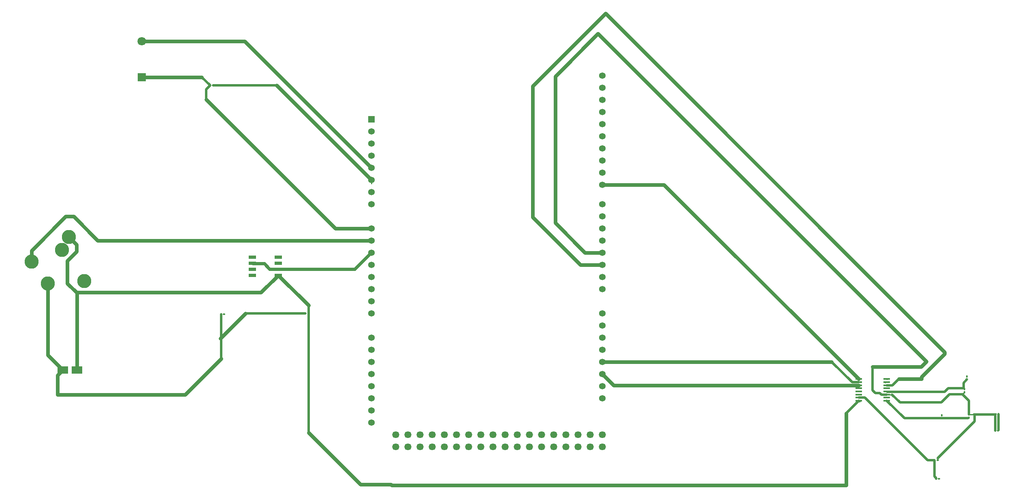
<source format=gbr>
%TF.GenerationSoftware,KiCad,Pcbnew,(7.0.0)*%
%TF.CreationDate,2023-04-07T11:52:31+02:00*%
%TF.ProjectId,projet codepo test,70726f6a-6574-4206-936f-6465706f2074,rev?*%
%TF.SameCoordinates,PX7414cc0PY6f80ec0*%
%TF.FileFunction,Copper,L1,Top*%
%TF.FilePolarity,Positive*%
%FSLAX46Y46*%
G04 Gerber Fmt 4.6, Leading zero omitted, Abs format (unit mm)*
G04 Created by KiCad (PCBNEW (7.0.0)) date 2023-04-07 11:52:31*
%MOMM*%
%LPD*%
G01*
G04 APERTURE LIST*
G04 Aperture macros list*
%AMRoundRect*
0 Rectangle with rounded corners*
0 $1 Rounding radius*
0 $2 $3 $4 $5 $6 $7 $8 $9 X,Y pos of 4 corners*
0 Add a 4 corners polygon primitive as box body*
4,1,4,$2,$3,$4,$5,$6,$7,$8,$9,$2,$3,0*
0 Add four circle primitives for the rounded corners*
1,1,$1+$1,$2,$3*
1,1,$1+$1,$4,$5*
1,1,$1+$1,$6,$7*
1,1,$1+$1,$8,$9*
0 Add four rect primitives between the rounded corners*
20,1,$1+$1,$2,$3,$4,$5,0*
20,1,$1+$1,$4,$5,$6,$7,0*
20,1,$1+$1,$6,$7,$8,$9,0*
20,1,$1+$1,$8,$9,$2,$3,0*%
G04 Aperture macros list end*
%TA.AperFunction,ComponentPad*%
%ADD10C,2.955000*%
%TD*%
%TA.AperFunction,SMDPad,CuDef*%
%ADD11RoundRect,0.100000X0.130000X0.100000X-0.130000X0.100000X-0.130000X-0.100000X0.130000X-0.100000X0*%
%TD*%
%TA.AperFunction,SMDPad,CuDef*%
%ADD12RoundRect,0.100000X-0.130000X-0.100000X0.130000X-0.100000X0.130000X0.100000X-0.130000X0.100000X0*%
%TD*%
%TA.AperFunction,SMDPad,CuDef*%
%ADD13RoundRect,0.100000X0.100000X-0.130000X0.100000X0.130000X-0.100000X0.130000X-0.100000X-0.130000X0*%
%TD*%
%TA.AperFunction,ComponentPad*%
%ADD14R,1.800000X1.800000*%
%TD*%
%TA.AperFunction,ComponentPad*%
%ADD15C,1.800000*%
%TD*%
%TA.AperFunction,SMDPad,CuDef*%
%ADD16R,1.475000X0.450000*%
%TD*%
%TA.AperFunction,ComponentPad*%
%ADD17C,1.358000*%
%TD*%
%TA.AperFunction,ComponentPad*%
%ADD18C,1.458000*%
%TD*%
%TA.AperFunction,ComponentPad*%
%ADD19R,1.358000X1.358000*%
%TD*%
%TA.AperFunction,SMDPad,CuDef*%
%ADD20R,2.200000X1.600000*%
%TD*%
%TA.AperFunction,SMDPad,CuDef*%
%ADD21R,1.528000X0.650000*%
%TD*%
%TA.AperFunction,SMDPad,CuDef*%
%ADD22RoundRect,0.100000X-0.100000X0.130000X-0.100000X-0.130000X0.100000X-0.130000X0.100000X0.130000X0*%
%TD*%
%TA.AperFunction,Conductor*%
%ADD23C,0.750000*%
%TD*%
%TA.AperFunction,Conductor*%
%ADD24C,0.250000*%
%TD*%
%TA.AperFunction,Conductor*%
%ADD25C,0.550000*%
%TD*%
%TA.AperFunction,Conductor*%
%ADD26C,0.650000*%
%TD*%
%TA.AperFunction,Conductor*%
%ADD27C,0.500000*%
%TD*%
G04 APERTURE END LIST*
D10*
%TO.P,J1,1*%
%TO.N,Net-(Arduino1-ADC1)*%
X-68495000Y43795000D03*
%TO.P,J1,2*%
%TO.N,Net-(IC1-OUT_A)*%
X-60695000Y48995000D03*
%TO.P,J1,3*%
%TO.N,unconnected-(J1-Pad3)*%
X-62095000Y46295000D03*
%TO.P,J1,4*%
%TO.N,unconnected-(J1-Pad4)*%
X-57495000Y39795000D03*
%TO.P,J1,5*%
%TO.N,Net-(C1-Pad2)*%
X-65095000Y39295000D03*
%TD*%
D11*
%TO.P,R10,1*%
%TO.N,0*%
X120921000Y2270000D03*
%TO.P,R10,2*%
%TO.N,Net-(IC2-S2)*%
X120281000Y2270000D03*
%TD*%
D12*
%TO.P,R8,1*%
%TO.N,Net-(Arduino1-ADC0)*%
X-31135000Y80720000D03*
%TO.P,R8,2*%
%TO.N,Net-(IC1-OUT_A)*%
X-30495000Y80720000D03*
%TD*%
D13*
%TO.P,R3,1*%
%TO.N,Net-(IC2-S4)*%
X121756000Y11030000D03*
%TO.P,R3,2*%
%TO.N,unconnected-(R3-Pad2)*%
X121756000Y11670000D03*
%TD*%
D12*
%TO.P,R7,1*%
%TO.N,Net-(C1-Pad2)*%
X-28860000Y32845000D03*
%TO.P,R7,2*%
%TO.N,Net-(Arduino1-+5V_1)*%
X-28220000Y32845000D03*
%TD*%
D14*
%TO.P,TH1,1*%
%TO.N,Net-(Arduino1-ADC0)*%
X-45444999Y82469999D03*
D15*
%TO.P,TH1,2*%
%TO.N,Net-(Arduino1-+5V_1)*%
X-45445000Y89970000D03*
%TD*%
D16*
%TO.P,IC2,1,S4*%
%TO.N,Net-(IC2-S4)*%
X110305999Y14694999D03*
%TO.P,IC2,2,S6*%
%TO.N,unconnected-(IC2-S6-Pad2)*%
X110305999Y15344999D03*
%TO.P,IC2,3,D*%
%TO.N,0*%
X110305999Y15994999D03*
%TO.P,IC2,4,S7*%
%TO.N,Net-(IC2-S7)*%
X110305999Y16644999D03*
%TO.P,IC2,5,S5*%
%TO.N,unconnected-(IC2-S5-Pad5)*%
X110305999Y17294999D03*
%TO.P,IC2,6,~{EN}*%
%TO.N,Net-(Arduino1-D2)*%
X110305999Y17944999D03*
%TO.P,IC2,7,VSS*%
%TO.N,unconnected-(IC2-VSS-Pad7)*%
X110305999Y18594999D03*
%TO.P,IC2,8,GND*%
%TO.N,Net-(IC1-OUT_A)*%
X110305999Y19244999D03*
%TO.P,IC2,9,A2*%
%TO.N,Net-(Arduino1-D8)*%
X104429999Y19244999D03*
%TO.P,IC2,10,A1*%
%TO.N,Net-(Arduino1-D18{slash}TX1)*%
X104429999Y18594999D03*
%TO.P,IC2,11,A0*%
%TO.N,Net-(Arduino1-D19{slash}RX1)*%
X104429999Y17944999D03*
%TO.P,IC2,12,S3*%
%TO.N,unconnected-(IC2-S3-Pad12)*%
X104429999Y17294999D03*
%TO.P,IC2,13,S0*%
%TO.N,unconnected-(IC2-S0-Pad13)*%
X104429999Y16644999D03*
%TO.P,IC2,14,S1*%
%TO.N,unconnected-(IC2-S1-Pad14)*%
X104429999Y15994999D03*
%TO.P,IC2,15,S2*%
%TO.N,Net-(IC2-S2)*%
X104429999Y15344999D03*
%TO.P,IC2,16,VDD*%
%TO.N,Net-(IC1-OUT_A)*%
X104429999Y14694999D03*
%TD*%
D17*
%TO.P,Arduino1,0,D0/RX0*%
%TO.N,unconnected-(Arduino1-D0{slash}RX0-Pad0)*%
X50800000Y38100000D03*
%TO.P,Arduino1,1,D1/TX0*%
%TO.N,unconnected-(Arduino1-D1{slash}TX0-Pad1)*%
X50800000Y40640000D03*
%TO.P,Arduino1,2,D2*%
%TO.N,Net-(Arduino1-D2)*%
X50800000Y43180000D03*
%TO.P,Arduino1,3,D3*%
%TO.N,0*%
X50800000Y45720000D03*
%TO.P,Arduino1,3V3,+3V3*%
%TO.N,unconnected-(Arduino1-+3V3-Pad3V3)*%
X2540000Y66040000D03*
%TO.P,Arduino1,4,D4*%
%TO.N,Net-(Arduino1-D19{slash}RX1)*%
X50800000Y48260000D03*
%TO.P,Arduino1,5,D5*%
%TO.N,unconnected-(Arduino1-D5-Pad5)*%
X50800000Y50800000D03*
%TO.P,Arduino1,5V_1,+5V_1*%
%TO.N,Net-(Arduino1-+5V_1)*%
X2540000Y63500000D03*
D18*
%TO.P,Arduino1,5V_2,+5V_2*%
%TO.N,unconnected-(Arduino1-+5V_2-Pad5V_2)*%
X50800000Y7620000D03*
%TO.P,Arduino1,5V_3,+5V_3*%
%TO.N,unconnected-(Arduino1-+5V_3-Pad5V_3)*%
X50800000Y5080000D03*
D17*
%TO.P,Arduino1,6,D6*%
%TO.N,unconnected-(Arduino1-D6-Pad6)*%
X50800000Y53340000D03*
%TO.P,Arduino1,7,D7*%
%TO.N,Net-(Arduino1-D18{slash}TX1)*%
X50800000Y55880000D03*
%TO.P,Arduino1,8,D8*%
%TO.N,Net-(Arduino1-D8)*%
X50800000Y59944000D03*
%TO.P,Arduino1,9,D9*%
%TO.N,unconnected-(Arduino1-D9-Pad9)*%
X50800000Y62484000D03*
%TO.P,Arduino1,10,D10*%
%TO.N,unconnected-(Arduino1-D10-Pad10)*%
X50800000Y65024000D03*
%TO.P,Arduino1,11,D11*%
%TO.N,unconnected-(Arduino1-D11-Pad11)*%
X50800000Y67564000D03*
%TO.P,Arduino1,12,D12*%
%TO.N,unconnected-(Arduino1-D12-Pad12)*%
X50800000Y70104000D03*
%TO.P,Arduino1,13,D13*%
%TO.N,unconnected-(Arduino1-D13-Pad13)*%
X50800000Y72644000D03*
%TO.P,Arduino1,14,D14/TX3*%
%TO.N,unconnected-(Arduino1-D14{slash}TX3-Pad14)*%
X50800000Y33020000D03*
%TO.P,Arduino1,15,D15/RX3*%
%TO.N,unconnected-(Arduino1-D15{slash}RX3-Pad15)*%
X50800000Y30480000D03*
%TO.P,Arduino1,16,D16/TX2*%
%TO.N,unconnected-(Arduino1-D16{slash}TX2-Pad16)*%
X50800000Y27940000D03*
%TO.P,Arduino1,17,D17/RX2*%
%TO.N,unconnected-(Arduino1-D17{slash}RX2-Pad17)*%
X50800000Y25400000D03*
%TO.P,Arduino1,18,D18/TX1*%
%TO.N,Net-(Arduino1-D18{slash}TX1)*%
X50800000Y22860000D03*
%TO.P,Arduino1,19,D19/RX1*%
%TO.N,Net-(Arduino1-D19{slash}RX1)*%
X50800000Y20320000D03*
%TO.P,Arduino1,20,D20/SDA*%
%TO.N,unconnected-(Arduino1-D20{slash}SDA-Pad20)*%
X50800000Y17780000D03*
%TO.P,Arduino1,21,D21/SCL*%
%TO.N,unconnected-(Arduino1-D21{slash}SCL-Pad21)*%
X50800000Y15240000D03*
D18*
%TO.P,Arduino1,22,D22*%
%TO.N,unconnected-(Arduino1-D22-Pad22)*%
X48260000Y7620000D03*
%TO.P,Arduino1,23,D23*%
%TO.N,unconnected-(Arduino1-D23-Pad23)*%
X48260000Y5080000D03*
%TO.P,Arduino1,24,D24*%
%TO.N,unconnected-(Arduino1-D24-Pad24)*%
X45720000Y7620000D03*
%TO.P,Arduino1,25,D25*%
%TO.N,unconnected-(Arduino1-D25-Pad25)*%
X45720000Y5080000D03*
%TO.P,Arduino1,26,D26*%
%TO.N,unconnected-(Arduino1-D26-Pad26)*%
X43180000Y7620000D03*
%TO.P,Arduino1,27,D27*%
%TO.N,unconnected-(Arduino1-D27-Pad27)*%
X43180000Y5080000D03*
%TO.P,Arduino1,28,D28*%
%TO.N,unconnected-(Arduino1-D28-Pad28)*%
X40640000Y7620000D03*
%TO.P,Arduino1,29,D29*%
%TO.N,unconnected-(Arduino1-D29-Pad29)*%
X40640000Y5080000D03*
%TO.P,Arduino1,30,D30*%
%TO.N,unconnected-(Arduino1-D30-Pad30)*%
X38100000Y7620000D03*
%TO.P,Arduino1,31,D31*%
%TO.N,unconnected-(Arduino1-D31-Pad31)*%
X38100000Y5080000D03*
%TO.P,Arduino1,32,D32*%
%TO.N,unconnected-(Arduino1-D32-Pad32)*%
X35560000Y7620000D03*
%TO.P,Arduino1,33,D33*%
%TO.N,unconnected-(Arduino1-D33-Pad33)*%
X35560000Y5080000D03*
%TO.P,Arduino1,34,D34*%
%TO.N,unconnected-(Arduino1-D34-Pad34)*%
X33020000Y7620000D03*
%TO.P,Arduino1,35,D35*%
%TO.N,unconnected-(Arduino1-D35-Pad35)*%
X33020000Y5080000D03*
%TO.P,Arduino1,36,D36*%
%TO.N,unconnected-(Arduino1-D36-Pad36)*%
X30480000Y7620000D03*
%TO.P,Arduino1,37,D37*%
%TO.N,unconnected-(Arduino1-D37-Pad37)*%
X30480000Y5080000D03*
%TO.P,Arduino1,38,D38*%
%TO.N,unconnected-(Arduino1-D38-Pad38)*%
X27940000Y7620000D03*
%TO.P,Arduino1,39,D39*%
%TO.N,unconnected-(Arduino1-D39-Pad39)*%
X27940000Y5080000D03*
%TO.P,Arduino1,40,D40*%
%TO.N,unconnected-(Arduino1-D40-Pad40)*%
X25400000Y7620000D03*
%TO.P,Arduino1,41,D41*%
%TO.N,unconnected-(Arduino1-D41-Pad41)*%
X25400000Y5080000D03*
%TO.P,Arduino1,42,D42*%
%TO.N,unconnected-(Arduino1-D42-Pad42)*%
X22860000Y7620000D03*
%TO.P,Arduino1,43,D43*%
%TO.N,unconnected-(Arduino1-D43-Pad43)*%
X22860000Y5080000D03*
%TO.P,Arduino1,44,D44*%
%TO.N,unconnected-(Arduino1-D44-Pad44)*%
X20320000Y7620000D03*
%TO.P,Arduino1,45,D45*%
%TO.N,unconnected-(Arduino1-D45-Pad45)*%
X20320000Y5080000D03*
%TO.P,Arduino1,46,D46*%
%TO.N,unconnected-(Arduino1-D46-Pad46)*%
X17780000Y7620000D03*
%TO.P,Arduino1,47,D47*%
%TO.N,unconnected-(Arduino1-D47-Pad47)*%
X17780000Y5080000D03*
%TO.P,Arduino1,48,D48*%
%TO.N,unconnected-(Arduino1-D48-Pad48)*%
X15240000Y7620000D03*
%TO.P,Arduino1,49,D49*%
%TO.N,unconnected-(Arduino1-D49-Pad49)*%
X15240000Y5080000D03*
%TO.P,Arduino1,50,D50*%
%TO.N,unconnected-(Arduino1-D50-Pad50)*%
X12700000Y7620000D03*
%TO.P,Arduino1,51,D51*%
%TO.N,unconnected-(Arduino1-D51-Pad51)*%
X12700000Y5080000D03*
%TO.P,Arduino1,52,D52*%
%TO.N,unconnected-(Arduino1-D52-Pad52)*%
X10160000Y7620000D03*
%TO.P,Arduino1,53,D53*%
%TO.N,unconnected-(Arduino1-D53-Pad53)*%
X10160000Y5080000D03*
D17*
%TO.P,Arduino1,AD0,ADC0*%
%TO.N,Net-(Arduino1-ADC0)*%
X2540000Y50800000D03*
%TO.P,Arduino1,AD1,ADC1*%
%TO.N,Net-(Arduino1-ADC1)*%
X2540000Y48260000D03*
%TO.P,Arduino1,AD2,ADC2*%
%TO.N,Net-(Arduino1-ADC2)*%
X2540000Y45720000D03*
%TO.P,Arduino1,AD3,ADC3*%
%TO.N,unconnected-(Arduino1-ADC3-PadAD3)*%
X2540000Y43180000D03*
%TO.P,Arduino1,AD4,ADC4*%
%TO.N,unconnected-(Arduino1-ADC4-PadAD4)*%
X2540000Y40640000D03*
%TO.P,Arduino1,AD5,ADC5*%
%TO.N,unconnected-(Arduino1-ADC5-PadAD5)*%
X2540000Y38100000D03*
%TO.P,Arduino1,AD6,ADC6*%
%TO.N,unconnected-(Arduino1-ADC6-PadAD6)*%
X2540000Y35560000D03*
%TO.P,Arduino1,AD7,ADC7*%
%TO.N,unconnected-(Arduino1-ADC7-PadAD7)*%
X2540000Y33020000D03*
%TO.P,Arduino1,AD8,ADC8*%
%TO.N,unconnected-(Arduino1-ADC8-PadAD8)*%
X2540000Y27940000D03*
%TO.P,Arduino1,AD9,ADC9*%
%TO.N,unconnected-(Arduino1-ADC9-PadAD9)*%
X2540000Y25400000D03*
%TO.P,Arduino1,AD10,ADC10*%
%TO.N,unconnected-(Arduino1-ADC10-PadAD10)*%
X2540000Y22860000D03*
%TO.P,Arduino1,AD11,ADC11*%
%TO.N,unconnected-(Arduino1-ADC11-PadAD11)*%
X2540000Y20320000D03*
%TO.P,Arduino1,AREF,AREF*%
%TO.N,unconnected-(Arduino1-PadAREF)*%
X50800000Y77724000D03*
%TO.P,Arduino1,CANRX0,CANRX0*%
%TO.N,unconnected-(Arduino1-PadCANRX0)*%
X2540000Y12700000D03*
%TO.P,Arduino1,CANTX0,CANTX0*%
%TO.N,unconnected-(Arduino1-PadCANTX0)*%
X2540000Y10160000D03*
%TO.P,Arduino1,DAC0,DAC0*%
%TO.N,unconnected-(Arduino1-PadDAC0)*%
X2540000Y17780000D03*
%TO.P,Arduino1,DAC1,DAC1*%
%TO.N,unconnected-(Arduino1-PadDAC1)*%
X2540000Y15240000D03*
%TO.P,Arduino1,GND1,GND1*%
%TO.N,Net-(IC1-OUT_A)*%
X2540000Y60960000D03*
%TO.P,Arduino1,GND2,GND2*%
%TO.N,unconnected-(Arduino1-PadGND2)*%
X2540000Y58420000D03*
%TO.P,Arduino1,GND3,GND3*%
%TO.N,unconnected-(Arduino1-PadGND3)*%
X50800000Y75184000D03*
D18*
%TO.P,Arduino1,GND4,GND4*%
%TO.N,unconnected-(Arduino1-PadGND4)*%
X7620000Y7620000D03*
%TO.P,Arduino1,GND5,GND5*%
%TO.N,unconnected-(Arduino1-PadGND5)*%
X7620000Y5080000D03*
D17*
%TO.P,Arduino1,IOREF,IOREF*%
%TO.N,unconnected-(Arduino1-PadIOREF)*%
X2540000Y71120000D03*
D19*
%TO.P,Arduino1,NC,NC*%
%TO.N,unconnected-(Arduino1-PadNC)*%
X2539999Y73659999D03*
D17*
%TO.P,Arduino1,RESET,~{RESET}*%
%TO.N,unconnected-(Arduino1-~{RESET}-PadRESET)*%
X2540000Y68580000D03*
%TO.P,Arduino1,SCL,SCL*%
%TO.N,unconnected-(Arduino1-PadSCL)*%
X50800000Y82804000D03*
%TO.P,Arduino1,SDA,SDA*%
%TO.N,unconnected-(Arduino1-PadSDA)*%
X50800000Y80264000D03*
%TO.P,Arduino1,VIN,VIN*%
%TO.N,unconnected-(Arduino1-PadVIN)*%
X2540000Y55880000D03*
%TD*%
D12*
%TO.P,R9,1*%
%TO.N,Net-(C1-Pad2)*%
X-11235000Y33020000D03*
%TO.P,R9,2*%
%TO.N,Net-(IC1-OUT_A)*%
X-10595000Y33020000D03*
%TD*%
%TO.P,R2,1*%
%TO.N,0*%
X132931000Y8420000D03*
%TO.P,R2,2*%
%TO.N,Net-(R1-Pad1)*%
X133571000Y8420000D03*
%TD*%
D13*
%TO.P,R6,1*%
%TO.N,0*%
X126536000Y16500000D03*
%TO.P,R6,2*%
%TO.N,Net-(IC2-S7)*%
X126536000Y17140000D03*
%TD*%
D20*
%TO.P,C1,1*%
%TO.N,Net-(IC1-OUT_A)*%
X-58969999Y21144999D03*
%TO.P,C1,2*%
%TO.N,Net-(C1-Pad2)*%
X-61969999Y21144999D03*
%TD*%
D12*
%TO.P,R11,1*%
%TO.N,Net-(IC2-S2)*%
X120566000Y-1630000D03*
%TO.P,R11,2*%
%TO.N,unconnected-(R11-Pad2)*%
X121206000Y-1630000D03*
%TD*%
D13*
%TO.P,R5,1*%
%TO.N,Net-(IC2-S7)*%
X127036000Y19150000D03*
%TO.P,R5,2*%
%TO.N,unconnected-(R5-Pad2)*%
X127036000Y19790000D03*
%TD*%
D21*
%TO.P,IC1,1,OUT_A*%
%TO.N,Net-(IC1-OUT_A)*%
X-16883999Y40989999D03*
%TO.P,IC1,2,-IN_A*%
%TO.N,Net-(Arduino1-ADC2)*%
X-16883999Y42259999D03*
%TO.P,IC1,3,+IN_A*%
%TO.N,unconnected-(IC1-+IN_A-Pad3)*%
X-16883999Y43529999D03*
%TO.P,IC1,4,V-*%
%TO.N,unconnected-(IC1-V--Pad4)*%
X-16883999Y44799999D03*
%TO.P,IC1,5,+IN_B*%
%TO.N,unconnected-(IC1-+IN_B-Pad5)*%
X-22305999Y44799999D03*
%TO.P,IC1,6,-IN_B*%
%TO.N,Net-(Arduino1-ADC2)*%
X-22305999Y43529999D03*
%TO.P,IC1,7,OUT_B*%
%TO.N,unconnected-(IC1-OUT_B-Pad7)*%
X-22305999Y42259999D03*
%TO.P,IC1,8,V+*%
%TO.N,Net-(Arduino1-+5V_1)*%
X-22305999Y40989999D03*
%TD*%
D22*
%TO.P,R4,1*%
%TO.N,0*%
X127456000Y11820000D03*
%TO.P,R4,2*%
%TO.N,Net-(IC2-S4)*%
X127456000Y11180000D03*
%TD*%
D11*
%TO.P,R1,1*%
%TO.N,Net-(R1-Pad1)*%
X133646000Y11895000D03*
%TO.P,R1,2*%
%TO.N,0*%
X133006000Y11895000D03*
%TD*%
D23*
%TO.N,Net-(Arduino1-+5V_1)*%
X-45445000Y89970000D02*
X-23930000Y89970000D01*
X-23930000Y89970000D02*
X2540000Y63500000D01*
D24*
%TO.N,Net-(IC1-OUT_A)*%
X104430000Y14570000D02*
X104355000Y14495000D01*
D23*
X-60995000Y39270000D02*
X-60995000Y43995000D01*
D24*
X2540000Y60960000D02*
X2540000Y60185000D01*
D23*
X-59082500Y37357500D02*
X-60995000Y39270000D01*
X-59070000Y47370000D02*
X-60695000Y48995000D01*
X-20516500Y37357500D02*
X-16884000Y40990000D01*
D24*
X104555000Y14570000D02*
X104655000Y14570000D01*
D23*
X-58970000Y21145000D02*
X-58970000Y37245000D01*
D24*
X5905000Y-3005000D02*
X6780000Y-3005000D01*
X5805000Y-3005000D02*
X5905000Y-3005000D01*
X-59070000Y21145000D02*
X-59320000Y20895000D01*
D23*
X-60995000Y43995000D02*
X-59070000Y45920000D01*
D25*
X6605000Y-2830000D02*
X6780000Y-3005000D01*
X-10595000Y33020000D02*
X-10595000Y8020000D01*
D23*
X-10595000Y34701000D02*
X-16884000Y40990000D01*
X101780000Y-3005000D02*
X101780000Y12045000D01*
D25*
X-10595000Y33020000D02*
X-10595000Y34701000D01*
D24*
X104430000Y14695000D02*
X104555000Y14570000D01*
X110306000Y19245000D02*
X110306000Y19219000D01*
X104430000Y14695000D02*
X104430000Y14570000D01*
D23*
X-17220000Y80720000D02*
X2540000Y60960000D01*
D24*
X-58970000Y21145000D02*
X-59070000Y21145000D01*
D23*
X-59070000Y45920000D02*
X-59070000Y47370000D01*
X6780000Y-3005000D02*
X101780000Y-3005000D01*
D24*
X-58970000Y37245000D02*
X-59082500Y37357500D01*
D23*
X-59082500Y37357500D02*
X-20516500Y37357500D01*
D25*
X-30495000Y80720000D02*
X-17220000Y80720000D01*
X101780000Y12045000D02*
X104430000Y14695000D01*
D23*
X-10595000Y8020000D02*
X255000Y-2830000D01*
X255000Y-2830000D02*
X6605000Y-2830000D01*
D24*
X110306000Y19219000D02*
X110355000Y19170000D01*
D23*
%TO.N,Net-(Arduino1-ADC0)*%
X-45445000Y82470000D02*
X-32885000Y82470000D01*
D25*
X-31970000Y79885000D02*
X-31135000Y80720000D01*
D23*
X-4975000Y50800000D02*
X-31970000Y77795000D01*
X2540000Y50800000D02*
X-4975000Y50800000D01*
D25*
X-31970000Y77795000D02*
X-31970000Y79885000D01*
X-32885000Y82470000D02*
X-31135000Y80720000D01*
D23*
%TO.N,Net-(Arduino1-ADC1)*%
X-61345000Y53295000D02*
X-68495000Y46145000D01*
X-59670000Y53295000D02*
X-61345000Y53295000D01*
X-68495000Y46145000D02*
X-68495000Y43795000D01*
X-54635000Y48260000D02*
X-59670000Y53295000D01*
X2540000Y48260000D02*
X-54635000Y48260000D01*
D24*
%TO.N,Net-(Arduino1-ADC2)*%
X-22306000Y43530000D02*
X-22146000Y43370000D01*
D26*
X-16884000Y42260000D02*
X-920000Y42260000D01*
X-22146000Y43370000D02*
X-19795000Y43370000D01*
X-18685000Y42260000D02*
X-16884000Y42260000D01*
X-920000Y42260000D02*
X2540000Y45720000D01*
X-19795000Y43370000D02*
X-18685000Y42260000D01*
D24*
X2555000Y45720000D02*
X2680000Y45845000D01*
X2540000Y45720000D02*
X2555000Y45720000D01*
D23*
%TO.N,Net-(Arduino1-D19{slash}RX1)*%
X50800000Y20320000D02*
X53175000Y17945000D01*
X53175000Y17945000D02*
X104430000Y17945000D01*
%TO.N,Net-(Arduino1-D18{slash}TX1)*%
X50800000Y22860000D02*
X98790000Y22860000D01*
D25*
X103055000Y18595000D02*
X104430000Y18595000D01*
X98790000Y22860000D02*
X103055000Y18595000D01*
D23*
%TO.N,Net-(Arduino1-D2)*%
X51505000Y95795000D02*
X122405000Y24895000D01*
D25*
X111480000Y17945000D02*
X110306000Y17945000D01*
D23*
X46245000Y43180000D02*
X36255000Y53170000D01*
X122405000Y24895000D02*
X122405000Y24520000D01*
X117555000Y19670000D02*
X117555000Y19295000D01*
X36255000Y80545000D02*
X51505000Y95795000D01*
X50800000Y43180000D02*
X46245000Y43180000D01*
X117555000Y19295000D02*
X112830000Y19295000D01*
X122405000Y24520000D02*
X117555000Y19670000D01*
D25*
X112830000Y19295000D02*
X111480000Y17945000D01*
D23*
X36255000Y53170000D02*
X36255000Y80545000D01*
D24*
%TO.N,0*%
X126106000Y16070000D02*
X126536000Y16500000D01*
D25*
X128480000Y11820000D02*
X132931000Y11820000D01*
D24*
X127456000Y11820000D02*
X128480000Y11820000D01*
D23*
X50800000Y45720000D02*
X47230000Y45720000D01*
D24*
X128630000Y11670000D02*
X128480000Y11820000D01*
D23*
X40980000Y82645000D02*
X49930000Y91595000D01*
D25*
X121685000Y14350000D02*
X113025000Y14350000D01*
X128630000Y10370000D02*
X128630000Y11670000D01*
D23*
X49930000Y91595000D02*
X118580000Y22945000D01*
D25*
X113025000Y14350000D02*
X111380000Y15995000D01*
X107305000Y16920000D02*
X107880000Y16345000D01*
X107880000Y16345000D02*
X108805000Y16345000D01*
X120921000Y2661000D02*
X128630000Y10370000D01*
X123405000Y16070000D02*
X126106000Y16070000D01*
D24*
X132931000Y11820000D02*
X133006000Y11895000D01*
D25*
X132931000Y8420000D02*
X132931000Y11820000D01*
X108805000Y16345000D02*
X109155000Y15995000D01*
X127456000Y14720000D02*
X126106000Y16070000D01*
D23*
X117455000Y21820000D02*
X107305000Y21820000D01*
D25*
X109155000Y15995000D02*
X110306000Y15995000D01*
D23*
X118580000Y22945000D02*
X117455000Y21820000D01*
D24*
X111380000Y15995000D02*
X110306000Y15995000D01*
D23*
X47230000Y45720000D02*
X40980000Y51970000D01*
D25*
X127456000Y11820000D02*
X127456000Y14720000D01*
X107305000Y21820000D02*
X107305000Y16920000D01*
D24*
X120921000Y2270000D02*
X120921000Y2661000D01*
D23*
X40980000Y51970000D02*
X40980000Y82645000D01*
D25*
X123405000Y16070000D02*
X121685000Y14350000D01*
D23*
%TO.N,Net-(Arduino1-D8)*%
X50800000Y59944000D02*
X63731000Y59944000D01*
X63731000Y59944000D02*
X104430000Y19245000D01*
%TO.N,Net-(C1-Pad2)*%
X-63070000Y20045000D02*
X-61970000Y21145000D01*
D25*
X-11235000Y33020000D02*
X-23770000Y33020000D01*
D23*
X-61970000Y21145000D02*
X-65095000Y24270000D01*
X-28860000Y23505000D02*
X-36370000Y15995000D01*
X-23770000Y33020000D02*
X-29045000Y27745000D01*
X-36370000Y15995000D02*
X-63070000Y15995000D01*
D25*
X-28860000Y32845000D02*
X-28860000Y23505000D01*
D23*
X-63070000Y15995000D02*
X-63070000Y20045000D01*
X-65095000Y24270000D02*
X-65095000Y39295000D01*
D24*
X-29045000Y27745000D02*
X-29045000Y27520000D01*
%TO.N,Net-(IC2-S4)*%
X127306000Y11030000D02*
X127456000Y11180000D01*
D25*
X113971000Y11030000D02*
X121756000Y11030000D01*
X110306000Y14695000D02*
X113971000Y11030000D01*
X121756000Y11030000D02*
X127306000Y11030000D01*
D24*
%TO.N,Net-(IC2-S7)*%
X110306000Y16645000D02*
X110381000Y16570000D01*
D25*
X126331000Y18445000D02*
X127036000Y19150000D01*
D27*
X122355000Y16570000D02*
X110381000Y16570000D01*
D24*
X126331000Y17345000D02*
X126536000Y17140000D01*
D25*
X123130000Y17345000D02*
X126331000Y17345000D01*
X122355000Y16570000D02*
X123130000Y17345000D01*
X126331000Y17345000D02*
X126331000Y18445000D01*
D24*
%TO.N,unconnected-(IC2-VSS-Pad7)*%
X110030000Y18595000D02*
X109930000Y18495000D01*
X110306000Y18595000D02*
X110030000Y18595000D01*
D25*
%TO.N,Net-(IC2-S2)*%
X118780000Y2270000D02*
X105705000Y15345000D01*
X120281000Y2270000D02*
X120281000Y-1131000D01*
D24*
X120580000Y-1430000D02*
X120566000Y-1444000D01*
D25*
X120281000Y-1131000D02*
X120580000Y-1430000D01*
X105705000Y15345000D02*
X104430000Y15345000D01*
X120566000Y-1444000D02*
X120566000Y-1630000D01*
X120281000Y2270000D02*
X118780000Y2270000D01*
%TO.N,Net-(R1-Pad1)*%
X133646000Y11895000D02*
X133646000Y8495000D01*
D24*
X133646000Y8495000D02*
X133571000Y8420000D01*
%TD*%
M02*

</source>
